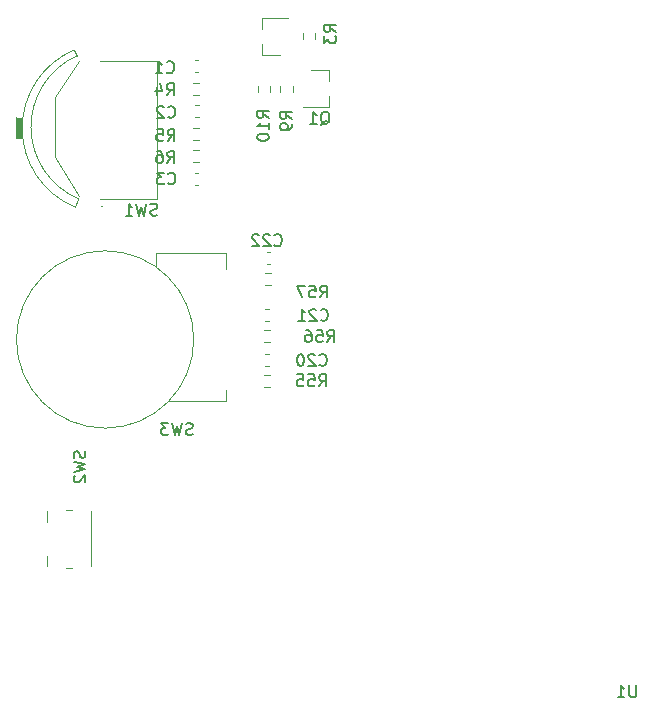
<source format=gbr>
%TF.GenerationSoftware,KiCad,Pcbnew,(5.1.9)-1*%
%TF.CreationDate,2022-07-01T06:07:01-07:00*%
%TF.ProjectId,GALIL,47414c49-4c2e-46b6-9963-61645f706362,rev?*%
%TF.SameCoordinates,Original*%
%TF.FileFunction,Legend,Bot*%
%TF.FilePolarity,Positive*%
%FSLAX46Y46*%
G04 Gerber Fmt 4.6, Leading zero omitted, Abs format (unit mm)*
G04 Created by KiCad (PCBNEW (5.1.9)-1) date 2022-07-01 06:07:01*
%MOMM*%
%LPD*%
G01*
G04 APERTURE LIST*
%ADD10C,0.120000*%
%ADD11C,0.100000*%
%ADD12C,0.150000*%
G04 APERTURE END LIST*
D10*
%TO.C,R10*%
X57672500Y-71374724D02*
X57672500Y-70865276D01*
X56627500Y-71374724D02*
X56627500Y-70865276D01*
%TO.C,R9*%
X59577500Y-71374724D02*
X59577500Y-70865276D01*
X58532500Y-71374724D02*
X58532500Y-70865276D01*
%TO.C,R6*%
X51652224Y-76312500D02*
X51142776Y-76312500D01*
X51652224Y-77357500D02*
X51142776Y-77357500D01*
%TO.C,R5*%
X51689724Y-74407500D02*
X51180276Y-74407500D01*
X51689724Y-75452500D02*
X51180276Y-75452500D01*
%TO.C,R4*%
X51652224Y-70597500D02*
X51142776Y-70597500D01*
X51652224Y-71642500D02*
X51142776Y-71642500D01*
%TO.C,R3*%
X61482500Y-66929724D02*
X61482500Y-66420276D01*
X60437500Y-66929724D02*
X60437500Y-66420276D01*
%TO.C,C3*%
X51581267Y-78230000D02*
X51288733Y-78230000D01*
X51581267Y-79250000D02*
X51288733Y-79250000D01*
%TO.C,C2*%
X51648767Y-72515000D02*
X51356233Y-72515000D01*
X51648767Y-73535000D02*
X51356233Y-73535000D01*
%TO.C,C1*%
X51581267Y-68705000D02*
X51288733Y-68705000D01*
X51581267Y-69725000D02*
X51288733Y-69725000D01*
%TO.C,SW3*%
X51214786Y-92350000D02*
G75*
G03*
X51214786Y-92350000I-7506523J0D01*
G01*
X49075000Y-97600000D02*
X53975000Y-97600000D01*
X53975000Y-86400000D02*
X53975000Y-85000000D01*
X53975000Y-85000000D02*
X47975000Y-85000000D01*
X47975000Y-85000000D02*
X47975000Y-86100000D01*
X53975000Y-97600000D02*
X53975000Y-96600000D01*
%TO.C,SW2*%
X38790000Y-111570000D02*
X38790000Y-110645000D01*
X42490000Y-111570000D02*
X42490000Y-106870000D01*
X40915000Y-106770000D02*
X40365000Y-106770000D01*
X40915000Y-111670000D02*
X40365000Y-111670000D01*
X38790000Y-107795000D02*
X38790000Y-106870000D01*
%TO.C,SW1*%
X41344200Y-68323600D02*
X41089464Y-67839254D01*
X43388900Y-81049000D02*
X43452400Y-81049000D01*
X41128300Y-81099800D02*
X41433100Y-80426700D01*
D11*
G36*
X36200700Y-73623733D02*
G01*
X36200700Y-75308600D01*
X36632500Y-75308600D01*
X36632500Y-73556000D01*
X36207538Y-73556000D01*
X36200700Y-73530600D01*
X36200700Y-73556000D01*
X36175300Y-73556000D01*
X36200700Y-73623733D01*
G37*
X36200700Y-73623733D02*
X36200700Y-75308600D01*
X36632500Y-75308600D01*
X36632500Y-73556000D01*
X36207538Y-73556000D01*
X36200700Y-73530600D01*
X36200700Y-73556000D01*
X36175300Y-73556000D01*
X36200700Y-73623733D01*
D10*
X43300000Y-80414000D02*
X48126000Y-80414000D01*
X39490000Y-76858000D02*
X41522000Y-80160000D01*
X39490000Y-71778000D02*
X39490000Y-76858000D01*
X41522000Y-68730000D02*
X39490000Y-71778000D01*
X48126000Y-68730000D02*
X43300000Y-68730000D01*
X48126000Y-68730000D02*
X48100600Y-80414000D01*
X41089465Y-67839255D02*
G75*
G03*
X41115600Y-81112500I2794735J-6631145D01*
G01*
X41346651Y-68323309D02*
G75*
G03*
X41433100Y-80426700I2689949J-6032791D01*
G01*
%TO.C,R57*%
X57252776Y-87771500D02*
X57762224Y-87771500D01*
X57252776Y-86726500D02*
X57762224Y-86726500D01*
%TO.C,R56*%
X57125776Y-92597500D02*
X57635224Y-92597500D01*
X57125776Y-91552500D02*
X57635224Y-91552500D01*
%TO.C,R55*%
X57172776Y-96407500D02*
X57682224Y-96407500D01*
X57172776Y-95362500D02*
X57682224Y-95362500D01*
%TO.C,Q1*%
X62625000Y-69540000D02*
X62625000Y-70470000D01*
X62625000Y-72700000D02*
X62625000Y-71770000D01*
X62625000Y-72700000D02*
X60465000Y-72700000D01*
X62625000Y-69540000D02*
X61165000Y-69540000D01*
%TO.C,MOSFET1*%
X57025000Y-68255000D02*
X57025000Y-67325000D01*
X57025000Y-65095000D02*
X57025000Y-66025000D01*
X57025000Y-65095000D02*
X59185000Y-65095000D01*
X57025000Y-68255000D02*
X58485000Y-68255000D01*
%TO.C,C22*%
X57411233Y-85981000D02*
X57703767Y-85981000D01*
X57411233Y-84961000D02*
X57703767Y-84961000D01*
%TO.C,C21*%
X57284233Y-90807000D02*
X57576767Y-90807000D01*
X57284233Y-89787000D02*
X57576767Y-89787000D01*
%TO.C,C20*%
X57257733Y-94617000D02*
X57550267Y-94617000D01*
X57257733Y-93597000D02*
X57550267Y-93597000D01*
%TO.C,U1*%
D12*
X88671304Y-121626380D02*
X88671304Y-122435904D01*
X88623685Y-122531142D01*
X88576066Y-122578761D01*
X88480828Y-122626380D01*
X88290352Y-122626380D01*
X88195114Y-122578761D01*
X88147495Y-122531142D01*
X88099876Y-122435904D01*
X88099876Y-121626380D01*
X87099876Y-122626380D02*
X87671304Y-122626380D01*
X87385590Y-122626380D02*
X87385590Y-121626380D01*
X87480828Y-121769238D01*
X87576066Y-121864476D01*
X87671304Y-121912095D01*
%TO.C,R10*%
X57576980Y-73601342D02*
X57100790Y-73268009D01*
X57576980Y-73029914D02*
X56576980Y-73029914D01*
X56576980Y-73410866D01*
X56624600Y-73506104D01*
X56672219Y-73553723D01*
X56767457Y-73601342D01*
X56910314Y-73601342D01*
X57005552Y-73553723D01*
X57053171Y-73506104D01*
X57100790Y-73410866D01*
X57100790Y-73029914D01*
X57576980Y-74553723D02*
X57576980Y-73982295D01*
X57576980Y-74268009D02*
X56576980Y-74268009D01*
X56719838Y-74172771D01*
X56815076Y-74077533D01*
X56862695Y-73982295D01*
X56576980Y-75172771D02*
X56576980Y-75268009D01*
X56624600Y-75363247D01*
X56672219Y-75410866D01*
X56767457Y-75458485D01*
X56957933Y-75506104D01*
X57196028Y-75506104D01*
X57386504Y-75458485D01*
X57481742Y-75410866D01*
X57529361Y-75363247D01*
X57576980Y-75268009D01*
X57576980Y-75172771D01*
X57529361Y-75077533D01*
X57481742Y-75029914D01*
X57386504Y-74982295D01*
X57196028Y-74934676D01*
X56957933Y-74934676D01*
X56767457Y-74982295D01*
X56672219Y-75029914D01*
X56624600Y-75077533D01*
X56576980Y-75172771D01*
%TO.C,R9*%
X59532780Y-73671133D02*
X59056590Y-73337800D01*
X59532780Y-73099704D02*
X58532780Y-73099704D01*
X58532780Y-73480657D01*
X58580400Y-73575895D01*
X58628019Y-73623514D01*
X58723257Y-73671133D01*
X58866114Y-73671133D01*
X58961352Y-73623514D01*
X59008971Y-73575895D01*
X59056590Y-73480657D01*
X59056590Y-73099704D01*
X59532780Y-74147323D02*
X59532780Y-74337800D01*
X59485161Y-74433038D01*
X59437542Y-74480657D01*
X59294685Y-74575895D01*
X59104209Y-74623514D01*
X58723257Y-74623514D01*
X58628019Y-74575895D01*
X58580400Y-74528276D01*
X58532780Y-74433038D01*
X58532780Y-74242561D01*
X58580400Y-74147323D01*
X58628019Y-74099704D01*
X58723257Y-74052085D01*
X58961352Y-74052085D01*
X59056590Y-74099704D01*
X59104209Y-74147323D01*
X59151828Y-74242561D01*
X59151828Y-74433038D01*
X59104209Y-74528276D01*
X59056590Y-74575895D01*
X58961352Y-74623514D01*
%TO.C,R6*%
X48985466Y-77388980D02*
X49318800Y-76912790D01*
X49556895Y-77388980D02*
X49556895Y-76388980D01*
X49175942Y-76388980D01*
X49080704Y-76436600D01*
X49033085Y-76484219D01*
X48985466Y-76579457D01*
X48985466Y-76722314D01*
X49033085Y-76817552D01*
X49080704Y-76865171D01*
X49175942Y-76912790D01*
X49556895Y-76912790D01*
X48128323Y-76388980D02*
X48318800Y-76388980D01*
X48414038Y-76436600D01*
X48461657Y-76484219D01*
X48556895Y-76627076D01*
X48604514Y-76817552D01*
X48604514Y-77198504D01*
X48556895Y-77293742D01*
X48509276Y-77341361D01*
X48414038Y-77388980D01*
X48223561Y-77388980D01*
X48128323Y-77341361D01*
X48080704Y-77293742D01*
X48033085Y-77198504D01*
X48033085Y-76960409D01*
X48080704Y-76865171D01*
X48128323Y-76817552D01*
X48223561Y-76769933D01*
X48414038Y-76769933D01*
X48509276Y-76817552D01*
X48556895Y-76865171D01*
X48604514Y-76960409D01*
%TO.C,R5*%
X49010866Y-75534780D02*
X49344200Y-75058590D01*
X49582295Y-75534780D02*
X49582295Y-74534780D01*
X49201342Y-74534780D01*
X49106104Y-74582400D01*
X49058485Y-74630019D01*
X49010866Y-74725257D01*
X49010866Y-74868114D01*
X49058485Y-74963352D01*
X49106104Y-75010971D01*
X49201342Y-75058590D01*
X49582295Y-75058590D01*
X48106104Y-74534780D02*
X48582295Y-74534780D01*
X48629914Y-75010971D01*
X48582295Y-74963352D01*
X48487057Y-74915733D01*
X48248961Y-74915733D01*
X48153723Y-74963352D01*
X48106104Y-75010971D01*
X48058485Y-75106209D01*
X48058485Y-75344304D01*
X48106104Y-75439542D01*
X48153723Y-75487161D01*
X48248961Y-75534780D01*
X48487057Y-75534780D01*
X48582295Y-75487161D01*
X48629914Y-75439542D01*
%TO.C,R4*%
X48934666Y-71673980D02*
X49268000Y-71197790D01*
X49506095Y-71673980D02*
X49506095Y-70673980D01*
X49125142Y-70673980D01*
X49029904Y-70721600D01*
X48982285Y-70769219D01*
X48934666Y-70864457D01*
X48934666Y-71007314D01*
X48982285Y-71102552D01*
X49029904Y-71150171D01*
X49125142Y-71197790D01*
X49506095Y-71197790D01*
X48077523Y-71007314D02*
X48077523Y-71673980D01*
X48315619Y-70626361D02*
X48553714Y-71340647D01*
X47934666Y-71340647D01*
%TO.C,R3*%
X63241180Y-66305133D02*
X62764990Y-65971800D01*
X63241180Y-65733704D02*
X62241180Y-65733704D01*
X62241180Y-66114657D01*
X62288800Y-66209895D01*
X62336419Y-66257514D01*
X62431657Y-66305133D01*
X62574514Y-66305133D01*
X62669752Y-66257514D01*
X62717371Y-66209895D01*
X62764990Y-66114657D01*
X62764990Y-65733704D01*
X62241180Y-66638466D02*
X62241180Y-67257514D01*
X62622133Y-66924180D01*
X62622133Y-67067038D01*
X62669752Y-67162276D01*
X62717371Y-67209895D01*
X62812609Y-67257514D01*
X63050704Y-67257514D01*
X63145942Y-67209895D01*
X63193561Y-67162276D01*
X63241180Y-67067038D01*
X63241180Y-66781323D01*
X63193561Y-66686085D01*
X63145942Y-66638466D01*
%TO.C,C3*%
X49036266Y-79122542D02*
X49083885Y-79170161D01*
X49226742Y-79217780D01*
X49321980Y-79217780D01*
X49464838Y-79170161D01*
X49560076Y-79074923D01*
X49607695Y-78979685D01*
X49655314Y-78789209D01*
X49655314Y-78646352D01*
X49607695Y-78455876D01*
X49560076Y-78360638D01*
X49464838Y-78265400D01*
X49321980Y-78217780D01*
X49226742Y-78217780D01*
X49083885Y-78265400D01*
X49036266Y-78313019D01*
X48702933Y-78217780D02*
X48083885Y-78217780D01*
X48417219Y-78598733D01*
X48274361Y-78598733D01*
X48179123Y-78646352D01*
X48131504Y-78693971D01*
X48083885Y-78789209D01*
X48083885Y-79027304D01*
X48131504Y-79122542D01*
X48179123Y-79170161D01*
X48274361Y-79217780D01*
X48560076Y-79217780D01*
X48655314Y-79170161D01*
X48702933Y-79122542D01*
%TO.C,C2*%
X49036266Y-73483742D02*
X49083885Y-73531361D01*
X49226742Y-73578980D01*
X49321980Y-73578980D01*
X49464838Y-73531361D01*
X49560076Y-73436123D01*
X49607695Y-73340885D01*
X49655314Y-73150409D01*
X49655314Y-73007552D01*
X49607695Y-72817076D01*
X49560076Y-72721838D01*
X49464838Y-72626600D01*
X49321980Y-72578980D01*
X49226742Y-72578980D01*
X49083885Y-72626600D01*
X49036266Y-72674219D01*
X48655314Y-72674219D02*
X48607695Y-72626600D01*
X48512457Y-72578980D01*
X48274361Y-72578980D01*
X48179123Y-72626600D01*
X48131504Y-72674219D01*
X48083885Y-72769457D01*
X48083885Y-72864695D01*
X48131504Y-73007552D01*
X48702933Y-73578980D01*
X48083885Y-73578980D01*
%TO.C,C1*%
X48934666Y-69699142D02*
X48982285Y-69746761D01*
X49125142Y-69794380D01*
X49220380Y-69794380D01*
X49363238Y-69746761D01*
X49458476Y-69651523D01*
X49506095Y-69556285D01*
X49553714Y-69365809D01*
X49553714Y-69222952D01*
X49506095Y-69032476D01*
X49458476Y-68937238D01*
X49363238Y-68842000D01*
X49220380Y-68794380D01*
X49125142Y-68794380D01*
X48982285Y-68842000D01*
X48934666Y-68889619D01*
X47982285Y-69794380D02*
X48553714Y-69794380D01*
X48268000Y-69794380D02*
X48268000Y-68794380D01*
X48363238Y-68937238D01*
X48458476Y-69032476D01*
X48553714Y-69080095D01*
%TO.C,SW3*%
X51117333Y-100379161D02*
X50974476Y-100426780D01*
X50736380Y-100426780D01*
X50641142Y-100379161D01*
X50593523Y-100331542D01*
X50545904Y-100236304D01*
X50545904Y-100141066D01*
X50593523Y-100045828D01*
X50641142Y-99998209D01*
X50736380Y-99950590D01*
X50926857Y-99902971D01*
X51022095Y-99855352D01*
X51069714Y-99807733D01*
X51117333Y-99712495D01*
X51117333Y-99617257D01*
X51069714Y-99522019D01*
X51022095Y-99474400D01*
X50926857Y-99426780D01*
X50688761Y-99426780D01*
X50545904Y-99474400D01*
X50212571Y-99426780D02*
X49974476Y-100426780D01*
X49784000Y-99712495D01*
X49593523Y-100426780D01*
X49355428Y-99426780D01*
X49069714Y-99426780D02*
X48450666Y-99426780D01*
X48784000Y-99807733D01*
X48641142Y-99807733D01*
X48545904Y-99855352D01*
X48498285Y-99902971D01*
X48450666Y-99998209D01*
X48450666Y-100236304D01*
X48498285Y-100331542D01*
X48545904Y-100379161D01*
X48641142Y-100426780D01*
X48926857Y-100426780D01*
X49022095Y-100379161D01*
X49069714Y-100331542D01*
%TO.C,SW2*%
X41984561Y-101790666D02*
X42032180Y-101933523D01*
X42032180Y-102171619D01*
X41984561Y-102266857D01*
X41936942Y-102314476D01*
X41841704Y-102362095D01*
X41746466Y-102362095D01*
X41651228Y-102314476D01*
X41603609Y-102266857D01*
X41555990Y-102171619D01*
X41508371Y-101981142D01*
X41460752Y-101885904D01*
X41413133Y-101838285D01*
X41317895Y-101790666D01*
X41222657Y-101790666D01*
X41127419Y-101838285D01*
X41079800Y-101885904D01*
X41032180Y-101981142D01*
X41032180Y-102219238D01*
X41079800Y-102362095D01*
X41032180Y-102695428D02*
X42032180Y-102933523D01*
X41317895Y-103124000D01*
X42032180Y-103314476D01*
X41032180Y-103552571D01*
X41127419Y-103885904D02*
X41079800Y-103933523D01*
X41032180Y-104028761D01*
X41032180Y-104266857D01*
X41079800Y-104362095D01*
X41127419Y-104409714D01*
X41222657Y-104457333D01*
X41317895Y-104457333D01*
X41460752Y-104409714D01*
X42032180Y-103838285D01*
X42032180Y-104457333D01*
%TO.C,SW1*%
X48113133Y-81809361D02*
X47970276Y-81856980D01*
X47732180Y-81856980D01*
X47636942Y-81809361D01*
X47589323Y-81761742D01*
X47541704Y-81666504D01*
X47541704Y-81571266D01*
X47589323Y-81476028D01*
X47636942Y-81428409D01*
X47732180Y-81380790D01*
X47922657Y-81333171D01*
X48017895Y-81285552D01*
X48065514Y-81237933D01*
X48113133Y-81142695D01*
X48113133Y-81047457D01*
X48065514Y-80952219D01*
X48017895Y-80904600D01*
X47922657Y-80856980D01*
X47684561Y-80856980D01*
X47541704Y-80904600D01*
X47208371Y-80856980D02*
X46970276Y-81856980D01*
X46779800Y-81142695D01*
X46589323Y-81856980D01*
X46351228Y-80856980D01*
X45446466Y-81856980D02*
X46017895Y-81856980D01*
X45732180Y-81856980D02*
X45732180Y-80856980D01*
X45827419Y-80999838D01*
X45922657Y-81095076D01*
X46017895Y-81142695D01*
%TO.C,R57*%
X61907657Y-88793580D02*
X62240990Y-88317390D01*
X62479085Y-88793580D02*
X62479085Y-87793580D01*
X62098133Y-87793580D01*
X62002895Y-87841200D01*
X61955276Y-87888819D01*
X61907657Y-87984057D01*
X61907657Y-88126914D01*
X61955276Y-88222152D01*
X62002895Y-88269771D01*
X62098133Y-88317390D01*
X62479085Y-88317390D01*
X61002895Y-87793580D02*
X61479085Y-87793580D01*
X61526704Y-88269771D01*
X61479085Y-88222152D01*
X61383847Y-88174533D01*
X61145752Y-88174533D01*
X61050514Y-88222152D01*
X61002895Y-88269771D01*
X60955276Y-88365009D01*
X60955276Y-88603104D01*
X61002895Y-88698342D01*
X61050514Y-88745961D01*
X61145752Y-88793580D01*
X61383847Y-88793580D01*
X61479085Y-88745961D01*
X61526704Y-88698342D01*
X60621942Y-87793580D02*
X59955276Y-87793580D01*
X60383847Y-88793580D01*
%TO.C,R56*%
X62517257Y-92552780D02*
X62850590Y-92076590D01*
X63088685Y-92552780D02*
X63088685Y-91552780D01*
X62707733Y-91552780D01*
X62612495Y-91600400D01*
X62564876Y-91648019D01*
X62517257Y-91743257D01*
X62517257Y-91886114D01*
X62564876Y-91981352D01*
X62612495Y-92028971D01*
X62707733Y-92076590D01*
X63088685Y-92076590D01*
X61612495Y-91552780D02*
X62088685Y-91552780D01*
X62136304Y-92028971D01*
X62088685Y-91981352D01*
X61993447Y-91933733D01*
X61755352Y-91933733D01*
X61660114Y-91981352D01*
X61612495Y-92028971D01*
X61564876Y-92124209D01*
X61564876Y-92362304D01*
X61612495Y-92457542D01*
X61660114Y-92505161D01*
X61755352Y-92552780D01*
X61993447Y-92552780D01*
X62088685Y-92505161D01*
X62136304Y-92457542D01*
X60707733Y-91552780D02*
X60898209Y-91552780D01*
X60993447Y-91600400D01*
X61041066Y-91648019D01*
X61136304Y-91790876D01*
X61183923Y-91981352D01*
X61183923Y-92362304D01*
X61136304Y-92457542D01*
X61088685Y-92505161D01*
X60993447Y-92552780D01*
X60802971Y-92552780D01*
X60707733Y-92505161D01*
X60660114Y-92457542D01*
X60612495Y-92362304D01*
X60612495Y-92124209D01*
X60660114Y-92028971D01*
X60707733Y-91981352D01*
X60802971Y-91933733D01*
X60993447Y-91933733D01*
X61088685Y-91981352D01*
X61136304Y-92028971D01*
X61183923Y-92124209D01*
%TO.C,R55*%
X61831457Y-96311980D02*
X62164790Y-95835790D01*
X62402885Y-96311980D02*
X62402885Y-95311980D01*
X62021933Y-95311980D01*
X61926695Y-95359600D01*
X61879076Y-95407219D01*
X61831457Y-95502457D01*
X61831457Y-95645314D01*
X61879076Y-95740552D01*
X61926695Y-95788171D01*
X62021933Y-95835790D01*
X62402885Y-95835790D01*
X60926695Y-95311980D02*
X61402885Y-95311980D01*
X61450504Y-95788171D01*
X61402885Y-95740552D01*
X61307647Y-95692933D01*
X61069552Y-95692933D01*
X60974314Y-95740552D01*
X60926695Y-95788171D01*
X60879076Y-95883409D01*
X60879076Y-96121504D01*
X60926695Y-96216742D01*
X60974314Y-96264361D01*
X61069552Y-96311980D01*
X61307647Y-96311980D01*
X61402885Y-96264361D01*
X61450504Y-96216742D01*
X59974314Y-95311980D02*
X60450504Y-95311980D01*
X60498123Y-95788171D01*
X60450504Y-95740552D01*
X60355266Y-95692933D01*
X60117171Y-95692933D01*
X60021933Y-95740552D01*
X59974314Y-95788171D01*
X59926695Y-95883409D01*
X59926695Y-96121504D01*
X59974314Y-96216742D01*
X60021933Y-96264361D01*
X60117171Y-96311980D01*
X60355266Y-96311980D01*
X60450504Y-96264361D01*
X60498123Y-96216742D01*
%TO.C,Q1*%
X61960238Y-74167619D02*
X62055476Y-74120000D01*
X62150714Y-74024761D01*
X62293571Y-73881904D01*
X62388809Y-73834285D01*
X62484047Y-73834285D01*
X62436428Y-74072380D02*
X62531666Y-74024761D01*
X62626904Y-73929523D01*
X62674523Y-73739047D01*
X62674523Y-73405714D01*
X62626904Y-73215238D01*
X62531666Y-73120000D01*
X62436428Y-73072380D01*
X62245952Y-73072380D01*
X62150714Y-73120000D01*
X62055476Y-73215238D01*
X62007857Y-73405714D01*
X62007857Y-73739047D01*
X62055476Y-73929523D01*
X62150714Y-74024761D01*
X62245952Y-74072380D01*
X62436428Y-74072380D01*
X61055476Y-74072380D02*
X61626904Y-74072380D01*
X61341190Y-74072380D02*
X61341190Y-73072380D01*
X61436428Y-73215238D01*
X61531666Y-73310476D01*
X61626904Y-73358095D01*
%TO.C,C22*%
X58046857Y-84354942D02*
X58094476Y-84402561D01*
X58237333Y-84450180D01*
X58332571Y-84450180D01*
X58475428Y-84402561D01*
X58570666Y-84307323D01*
X58618285Y-84212085D01*
X58665904Y-84021609D01*
X58665904Y-83878752D01*
X58618285Y-83688276D01*
X58570666Y-83593038D01*
X58475428Y-83497800D01*
X58332571Y-83450180D01*
X58237333Y-83450180D01*
X58094476Y-83497800D01*
X58046857Y-83545419D01*
X57665904Y-83545419D02*
X57618285Y-83497800D01*
X57523047Y-83450180D01*
X57284952Y-83450180D01*
X57189714Y-83497800D01*
X57142095Y-83545419D01*
X57094476Y-83640657D01*
X57094476Y-83735895D01*
X57142095Y-83878752D01*
X57713523Y-84450180D01*
X57094476Y-84450180D01*
X56713523Y-83545419D02*
X56665904Y-83497800D01*
X56570666Y-83450180D01*
X56332571Y-83450180D01*
X56237333Y-83497800D01*
X56189714Y-83545419D01*
X56142095Y-83640657D01*
X56142095Y-83735895D01*
X56189714Y-83878752D01*
X56761142Y-84450180D01*
X56142095Y-84450180D01*
%TO.C,C21*%
X61958457Y-90679542D02*
X62006076Y-90727161D01*
X62148933Y-90774780D01*
X62244171Y-90774780D01*
X62387028Y-90727161D01*
X62482266Y-90631923D01*
X62529885Y-90536685D01*
X62577504Y-90346209D01*
X62577504Y-90203352D01*
X62529885Y-90012876D01*
X62482266Y-89917638D01*
X62387028Y-89822400D01*
X62244171Y-89774780D01*
X62148933Y-89774780D01*
X62006076Y-89822400D01*
X61958457Y-89870019D01*
X61577504Y-89870019D02*
X61529885Y-89822400D01*
X61434647Y-89774780D01*
X61196552Y-89774780D01*
X61101314Y-89822400D01*
X61053695Y-89870019D01*
X61006076Y-89965257D01*
X61006076Y-90060495D01*
X61053695Y-90203352D01*
X61625123Y-90774780D01*
X61006076Y-90774780D01*
X60053695Y-90774780D02*
X60625123Y-90774780D01*
X60339409Y-90774780D02*
X60339409Y-89774780D01*
X60434647Y-89917638D01*
X60529885Y-90012876D01*
X60625123Y-90060495D01*
%TO.C,C20*%
X61856857Y-94489542D02*
X61904476Y-94537161D01*
X62047333Y-94584780D01*
X62142571Y-94584780D01*
X62285428Y-94537161D01*
X62380666Y-94441923D01*
X62428285Y-94346685D01*
X62475904Y-94156209D01*
X62475904Y-94013352D01*
X62428285Y-93822876D01*
X62380666Y-93727638D01*
X62285428Y-93632400D01*
X62142571Y-93584780D01*
X62047333Y-93584780D01*
X61904476Y-93632400D01*
X61856857Y-93680019D01*
X61475904Y-93680019D02*
X61428285Y-93632400D01*
X61333047Y-93584780D01*
X61094952Y-93584780D01*
X60999714Y-93632400D01*
X60952095Y-93680019D01*
X60904476Y-93775257D01*
X60904476Y-93870495D01*
X60952095Y-94013352D01*
X61523523Y-94584780D01*
X60904476Y-94584780D01*
X60285428Y-93584780D02*
X60190190Y-93584780D01*
X60094952Y-93632400D01*
X60047333Y-93680019D01*
X59999714Y-93775257D01*
X59952095Y-93965733D01*
X59952095Y-94203828D01*
X59999714Y-94394304D01*
X60047333Y-94489542D01*
X60094952Y-94537161D01*
X60190190Y-94584780D01*
X60285428Y-94584780D01*
X60380666Y-94537161D01*
X60428285Y-94489542D01*
X60475904Y-94394304D01*
X60523523Y-94203828D01*
X60523523Y-93965733D01*
X60475904Y-93775257D01*
X60428285Y-93680019D01*
X60380666Y-93632400D01*
X60285428Y-93584780D01*
%TD*%
M02*

</source>
